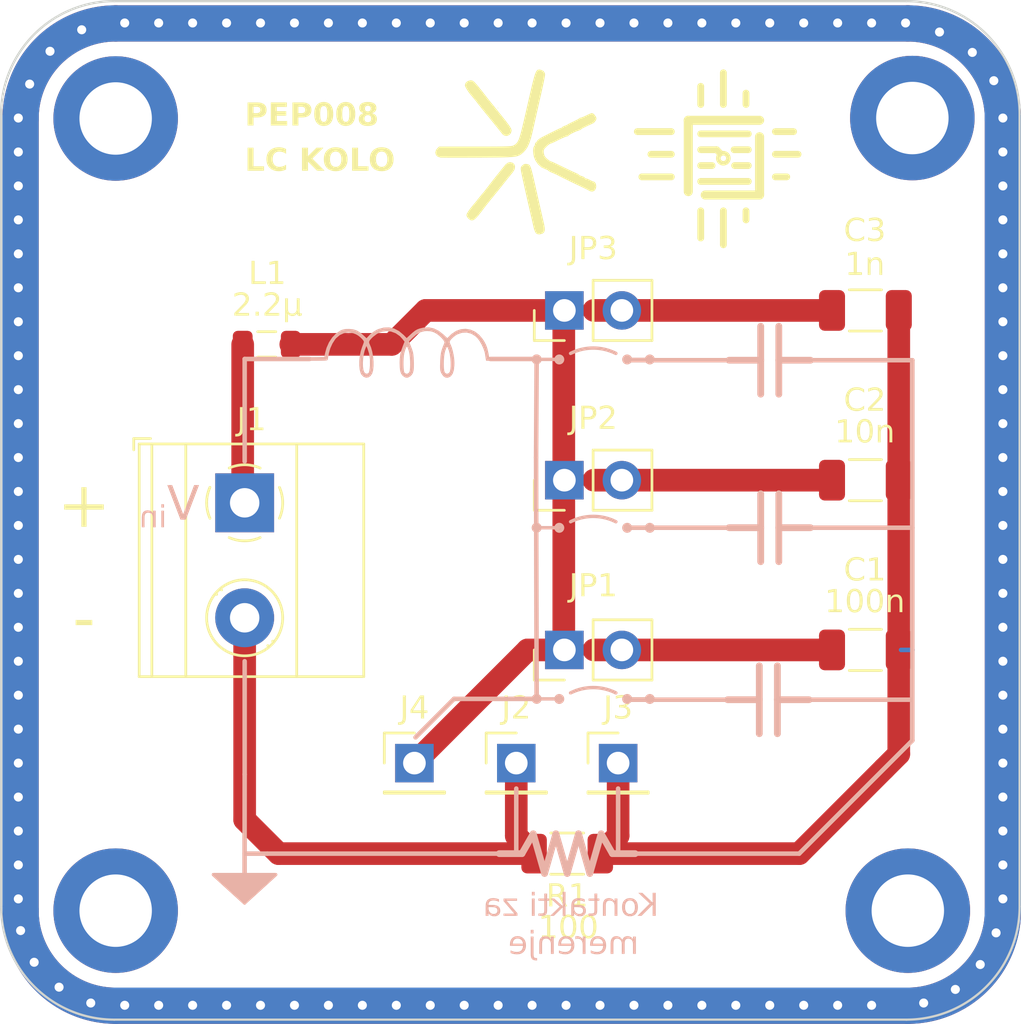
<source format=kicad_pcb>
(kicad_pcb (version 20241229) (generator "pcbnew") (generator_version "9.0")
  (layers (0 "F.Cu" signal) (2 "B.Cu" signal) (13 "F.Paste" user) (15 "B.Paste" user) (5 "F.SilkS" user "F.Silkscreen") (7 "B.SilkS" user "B.Silkscreen") (1 "F.Mask" user) (3 "B.Mask" user) (25 "Edge.Cuts" user))
  (net 0 "")
  (net 1 "0")
  (net 2 "Net-(JP2-B)")
  (net 3 "Net-(JP1-B)")
  (net 4 "Net-(JP3-B)")
  (net 5 "Input voltage")
  (net 6 "Net-(J4-Pin_1)")
  (net 7 "GND")
  (net 8 "Net-(J3-Pin_1)")
  (footprint "PEP_library:petnica_logo" (layer "F.Cu") (at 143.575 74.2)
    (property "Reference" "G***" (hide yes))
    (property "Value" "LOGO" (hide yes))
  )
  (footprint "Connector_PinHeader_2.54mm:PinHeader_1x01_P2.54mm_Vertical" (layer "F.Cu") (at 148.075 101.2)
    (property "Reference" "J3" (at 0 -1.8 0) (layer "F.SilkS") (effects (justify bottom)))
    (property "Value" "Conn_01x01_Pin")
    (pad "1" thru_hole rect (at 0 0) (size 1.7 1.7) (drill 1) (layers "*.Cu" "*.Mask") (net 8 "Net-(J3-Pin_1)"))
  )
  (footprint "MountingHole:MountingHole_3.2mm_M3_ISO14580_Pad_TopBottom" (layer "F.Cu") (at 125.87501 72.71986)
    (property "Reference" "H2" (hide yes))
    (property "Value" "MountingHole")
    (pad "1" thru_hole circle (at 0 0) (size 3.6 3.6) (drill 3.2) (layers "*.Cu" "*.Mask"))
    (pad "1" connect circle (at 0 0) (size 5.5 5.5) (layers "F.Cu" "F.Mask"))
    (pad "1" connect circle (at 0 0) (size 5.5 5.5) (layers "B.Cu" "B.Mask"))
  )
  (footprint "Connector_PinHeader_2.54mm:PinHeader_1x01_P2.54mm_Vertical" (layer "F.Cu") (at 143.575 101.2)
    (property "Reference" "J2" (at 0 -1.8 0) (layer "F.SilkS") (effects (justify bottom)))
    (property "Value" "Conn_01x01_Pin")
    (pad "1" thru_hole rect (at 0 0) (size 1.7 1.7) (drill 1) (layers "*.Cu" "*.Mask") (net 7 "GND"))
  )
  (footprint "Connector_PinHeader_2.54mm:PinHeader_1x01_P2.54mm_Vertical" (layer "F.Cu") (at 139.075 101.2)
    (property "Reference" "J4" (at 0 -1.8 0) (layer "F.SilkS") (effects (justify bottom)))
    (property "Value" "Conn_01x01_Pin")
    (pad "1" thru_hole rect (at 0 0) (size 1.7 1.7) (drill 1) (layers "*.Cu" "*.Mask") (net 6 "Net-(J4-Pin_1)"))
  )
  (footprint "MountingHole:MountingHole_3.2mm_M3_ISO14580_Pad_TopBottom" (layer "F.Cu") (at 161.075 72.7)
    (property "Reference" "H3" (hide yes))
    (property "Value" "MountingHole")
    (pad "1" thru_hole circle (at 0 0) (size 3.6 3.6) (drill 3.2) (layers "*.Cu" "*.Mask"))
    (pad "1" connect circle (at 0 0) (size 5.5 5.5) (layers "F.Cu" "F.Mask"))
    (pad "1" connect circle (at 0 0) (size 5.5 5.5) (layers "B.Cu" "B.Mask"))
  )
  (footprint "TerminalBlock_Phoenix:TerminalBlock_Phoenix_MKDS-1,5-2-5.08_1x02_P5.08mm_Horizontal" (layer "F.Cu") (at 131.575 89.7 -90)
    (property "Reference" "J1" (at -3.04 -0.305 180) (layer "F.SilkS") (effects (justify bottom)))
    (property "Value" "Screw_Terminal_01x02")
    (pad "1" thru_hole rect (at 0 0 270) (size 2.6 2.6) (drill 1.3) (layers "*.Cu" "*.Mask") (net 5 "Input voltage"))
    (pad "2" thru_hole circle (at 5.08 0 270) (size 2.6 2.6) (drill 1.3) (layers "*.Cu" "*.Mask") (net 7 "GND"))
  )
  (footprint "PEP_library:JP_silk_symbol" (layer "F.Cu") (at 146.975 83.3625 -90)
    (property "Reference" "REF**" (hide yes))
    (property "Value" "JP_silk_symbol")
  )
  (footprint "MountingHole:MountingHole_3.2mm_M3_ISO14580_Pad_TopBottom" (layer "F.Cu") (at 125.875 107.7198 -90)
    (property "Reference" "H1" (hide yes))
    (property "Value" "MountingHole")
    (pad "1" thru_hole circle (at 0 0 270) (size 3.6 3.6) (drill 3.2) (layers "*.Cu" "*.Mask"))
    (pad "1" connect circle (at 0 0 270) (size 5.5 5.5) (layers "F.Cu" "F.Mask"))
    (pad "1" connect circle (at 0 0 270) (size 5.5 5.5) (layers "B.Cu" "B.Mask"))
  )
  (footprint "Inductor_SMD:L_0805_2012Metric" (layer "F.Cu") (at 132.550133 82.7)
    (property "Reference" "L1" (at 0.024867 -2.5 0) (layer "F.SilkS") (effects (justify bottom)))
    (property "Value" "2.2µ")
    (pad "1" smd roundrect (at -1.0625 0) (size 0.875 1.2) (layers "F.Cu" "F.Mask" "F.Paste") (net 5 "Input voltage"))
    (pad "2" smd roundrect (at 1.0625 0) (size 0.875 1.2) (layers "F.Cu" "F.Mask" "F.Paste") (net 6 "Net-(J4-Pin_1)"))
  )
  (footprint "PEP_library:JP_silk_symbol" (layer "F.Cu") (at 146.975 98.3625 -90)
    (property "Reference" "REF**" (hide yes))
    (property "Value" "JP_silk_symbol")
  )
  (footprint "PEP_library:JP_silk_symbol" (layer "F.Cu") (at 146.975 90.8 -90)
    (property "Reference" "REF**" (hide yes))
    (property "Value" "JP_silk_symbol")
  )
  (footprint "Connector_PinHeader_2.54mm:PinHeader_1x02_P2.54mm_Vertical" (layer "F.Cu") (at 145.7 88.7 90)
    (property "Reference" "JP2" (at 2.1 1.275 180) (layer "F.SilkS") (effects (justify bottom)))
    (property "Value" "Jumper")
    (pad "1" thru_hole rect (at 0 0 90) (size 1.7 1.7) (drill 1) (layers "*.Cu" "*.Mask") (net 6 "Net-(J4-Pin_1)"))
    (pad "2" thru_hole oval (at 0 2.54 90) (size 1.7 1.7) (drill 1) (layers "*.Cu" "*.Mask") (net 2 "Net-(JP2-B)"))
  )
  (footprint "Capacitor_SMD:C_1206_3216Metric" (layer "F.Cu") (at 159 81.2)
    (property "Reference" "C3" (at -0.025 -2.9 0) (layer "F.SilkS") (effects (justify bottom)))
    (property "Value" "1n")
    (pad "1" smd roundrect (at -1.475 0) (size 1.15 1.8) (layers "F.Cu" "F.Mask" "F.Paste") (roundrect_rratio 0.217391) (net 4 "Net-(JP3-B)"))
    (pad "2" smd roundrect (at 1.475 0) (size 1.15 1.8) (layers "F.Cu" "F.Mask" "F.Paste") (roundrect_rratio 0.217391) (net 8 "Net-(J3-Pin_1)"))
  )
  (footprint "Capacitor_SMD:C_1206_3216Metric" (layer "F.Cu") (at 159 88.7)
    (property "Reference" "C2" (at -0.025 -2.9 0) (layer "F.SilkS") (effects (justify bottom)))
    (property "Value" "10n")
    (pad "1" smd roundrect (at -1.475 0) (size 1.15 1.8) (layers "F.Cu" "F.Mask" "F.Paste") (roundrect_rratio 0.217391) (net 2 "Net-(JP2-B)"))
    (pad "2" smd roundrect (at 1.475 0) (size 1.15 1.8) (layers "F.Cu" "F.Mask" "F.Paste") (roundrect_rratio 0.217391) (net 8 "Net-(J3-Pin_1)"))
  )
  (footprint "Capacitor_SMD:C_1206_3216Metric" (layer "F.Cu") (at 159 96.2)
    (property "Reference" "C1" (at -0.025 -2.9 0) (layer "F.SilkS") (effects (justify bottom)))
    (property "Value" "100n")
    (pad "1" smd roundrect (at -1.475 0) (size 1.15 1.8) (layers "F.Cu" "F.Mask" "F.Paste") (roundrect_rratio 0.217391) (net 3 "Net-(JP1-B)"))
    (pad "2" smd roundrect (at 1.475 0) (size 1.15 1.8) (layers "F.Cu" "F.Mask" "F.Paste") (roundrect_rratio 0.217391) (net 8 "Net-(J3-Pin_1)"))
  )
  (footprint "Resistor_SMD:R_1206_3216Metric" (layer "F.Cu") (at 145.825 105.2 180)
    (property "Reference" "R1" (at 0 -2.5 0) (layer "F.SilkS") (effects (justify bottom)))
    (property "Value" "100")
    (pad "1" smd roundrect (at -1.4625 0 180) (size 1.125 1.75) (layers "F.Cu" "F.Mask" "F.Paste") (roundrect_rratio 0.222222) (net 8 "Net-(J3-Pin_1)"))
    (pad "2" smd roundrect (at 1.4625 0 180) (size 1.125 1.75) (layers "F.Cu" "F.Mask" "F.Paste") (roundrect_rratio 0.222222) (net 7 "GND"))
  )
  (footprint "PEP_library:ele_petnica_logo" (layer "F.Cu") (at 152.725 74.476394)
    (property "Reference" "REF**" (hide yes))
    (property "Value" "ele_petnica_logo" (hide yes))
  )
  (footprint "Connector_PinHeader_2.54mm:PinHeader_1x02_P2.54mm_Vertical" (layer "F.Cu") (at 145.7 96.2 90)
    (property "Reference" "JP1" (at 2.2 1.275 180) (layer "F.SilkS") (effects (justify bottom)))
    (property "Value" "Jumper")
    (pad "1" thru_hole rect (at 0 0 90) (size 1.7 1.7) (drill 1) (layers "*.Cu" "*.Mask") (net 6 "Net-(J4-Pin_1)"))
    (pad "2" thru_hole oval (at 0 2.54 90) (size 1.7 1.7) (drill 1) (layers "*.Cu" "*.Mask") (net 3 "Net-(JP1-B)"))
  )
  (footprint "MountingHole:MountingHole_3.2mm_M3_ISO14580_Pad_TopBottom" (layer "F.Cu") (at 160.875 107.7199)
    (property "Reference" "H4" (hide yes))
    (property "Value" "MountingHole")
    (pad "1" thru_hole circle (at 0 0) (size 3.6 3.6) (drill 3.2) (layers "*.Cu" "*.Mask"))
    (pad "1" connect circle (at 0 0) (size 5.5 5.5) (layers "F.Cu" "F.Mask"))
    (pad "1" connect circle (at 0 0) (size 5.5 5.5) (layers "B.Cu" "B.Mask"))
  )
  (footprint "Connector_PinHeader_2.54mm:PinHeader_1x02_P2.54mm_Vertical" (layer "F.Cu") (at 145.7 81.2 90)
    (property "Reference" "JP3" (at 2.1 1.275 0) (layer "F.SilkS") (effects (justify bottom)))
    (property "Value" "Jumper")
    (pad "1" thru_hole rect (at 0 0 90) (size 1.7 1.7) (drill 1) (layers "*.Cu" "*.Mask") (net 6 "Net-(J4-Pin_1)"))
    (pad "2" thru_hole oval (at 0 2.54 90) (size 1.7 1.7) (drill 1) (layers "*.Cu" "*.Mask") (net 4 "Net-(JP3-B)"))
  )
  (footprint "PEP_library:Kalem" (layer "B.Cu") (at 138.752337 82.924149 180)
    (property "Reference" "G***" (hide yes))
    (property "Value" "LOGO" (hide yes))
  )
  (gr_line (start 121.675 72.719848) (end 121.675 107.719848) (stroke (width 1.6)) (layer "F.Cu") (net 1))
  (gr_arc (start 121.675 72.719848) (mid 122.905154 69.750002) (end 125.875 68.519848) (stroke (width 1.6)) (layer "F.Cu") (net 1))
  (gr_arc (start 125.875 111.919848) (mid 122.905159 110.689689) (end 121.675 107.719848) (stroke (width 1.6)) (layer "F.Cu") (net 1))
  (gr_line (start 125.875 111.919848) (end 160.875 111.919848) (stroke (width 1.6)) (layer "F.Cu") (net 1))
  (gr_line (start 165.075 107.719848) (end 165.075 72.719848) (stroke (width 1.6)) (layer "F.Cu") (net 1))
  (gr_arc (start 165.075 107.719848) (mid 163.844851 110.689699) (end 160.875 111.919848) (stroke (width 1.6)) (layer "F.Cu") (net 1))
  (gr_arc (start 160.875 68.519848) (mid 163.844856 69.749992) (end 165.075 72.719848) (stroke (width 1.6)) (layer "F.Cu") (net 1))
  (gr_line (start 125.875 68.519848) (end 160.875 68.519848) (stroke (width 1.6)) (layer "F.Cu") (net 1))
  (gr_line (start 125.875 68.519848) (end 160.875 68.519848) (stroke (width 1.6)) (layer "B.Cu") (net 1))
  (gr_line (start 125.875 111.919848) (end 160.875 111.919848) (stroke (width 1.6)) (layer "B.Cu") (net 1))
  (gr_arc (start 160.875 68.519848) (mid 163.844856 69.749992) (end 165.075 72.719848) (stroke (width 1.6)) (layer "B.Cu") (net 1))
  (gr_arc (start 165.075 107.719848) (mid 163.844851 110.689699) (end 160.875 111.919848) (stroke (width 1.6)) (layer "B.Cu") (net 1))
  (gr_arc (start 125.875 111.919848) (mid 122.905159 110.689689) (end 121.675 107.719848) (stroke (width 1.6)) (layer "B.Cu") (net 1))
  (gr_line (start 165.075 107.719848) (end 165.075 72.719848) (stroke (width 1.6)) (layer "B.Cu") (net 1))
  (gr_arc (start 121.675 72.719848) (mid 122.905154 69.750002) (end 125.875 68.519848) (stroke (width 1.6)) (layer "B.Cu") (net 1))
  (gr_line (start 121.675 72.719848) (end 121.675 107.719848) (stroke (width 1.6)) (layer "B.Cu") (net 1))
  (gr_line (start 148.075 105.075) (end 148.075 102.325) (stroke (width 0.2)) (layer "B.SilkS"))
  (gr_line (start 146.825 106.075) (end 146.325 104.325) (stroke (width 0.3)) (layer "B.SilkS"))
  (gr_line (start 130.19638 106.126018) (end 131.57138 107.376018) (stroke (width 0.15)) (layer "B.SilkS"))
  (gr_line (start 161.075 100.2) (end 156.075 105.2) (stroke (width 0.2)) (layer "B.SilkS"))
  (gr_line (start 154.375 84.9) (end 154.375 81.9) (stroke (width 0.3)) (layer "B.SilkS"))
  (gr_line (start 142.437342 83.345908) (end 144.337342 83.345908) (stroke (width 0.2)) (layer "B.SilkS"))
  (gr_line (start 145.325 104.325) (end 144.825 106.075) (stroke (width 0.3)) (layer "B.SilkS"))
  (gr_line (start 148.5 83.4) (end 152.975 83.4) (stroke (width 0.2)) (layer "B.SilkS"))
  (gr_line (start 148.825 105.2) (end 147.825 105.2) (stroke (width 0.3)) (layer "B.SilkS"))
  (gr_poly (pts (xy 132.94638 106.126018) (xy 130.19638 106.126018) (xy 131.57138 107.376018)) (stroke (width 0.15)) (fill yes) (layer "B.SilkS"))
  (gr_line (start 155.1125 96.9) (end 155.1125 99.9) (stroke (width 0.3)) (layer "B.SilkS"))
  (gr_line (start 154.375 90.8) (end 152.975 90.8) (stroke (width 0.3)) (layer "B.SilkS"))
  (gr_line (start 131.57319 105.2) (end 132.575 105.2) (stroke (width 0.2)) (layer "B.SilkS"))
  (gr_line (start 148.4375 98.4) (end 152.9125 98.4) (stroke (width 0.2)) (layer "B.SilkS"))
  (gr_line (start 144.825 106.075) (end 144.325 104.325) (stroke (width 0.3)) (layer "B.SilkS"))
  (gr_line (start 145.825 106.075) (end 145.325 104.325) (stroke (width 0.3)) (layer "B.SilkS"))
  (gr_line (start 154.3125 99.9) (end 154.3125 96.9) (stroke (width 0.3)) (layer "B.SilkS"))
  (gr_line (start 132.575 105.2) (end 143.075 105.2) (stroke (width 0.2)) (layer "B.SilkS"))
  (gr_line (start 131.575 96.7) (end 131.575 101.7) (stroke (width 0.2)) (layer "B.SilkS"))
  (gr_line (start 154.375 92.3) (end 154.375 89.3) (stroke (width 0.3)) (layer "B.SilkS"))
  (gr_line (start 155.175 81.9) (end 155.175 84.9) (stroke (width 0.3)) (layer "B.SilkS"))
  (gr_line (start 143.575 105.075) (end 143.575 102.325) (stroke (width 0.2)) (layer "B.SilkS"))
  (gr_line (start 131.575 101.7) (end 131.57138 106.376018) (stroke (width 0.2)) (layer "B.SilkS"))
  (gr_line (start 148.5 90.8) (end 152.975 90.8) (stroke (width 0.2)) (layer "B.SilkS"))
  (gr_line (start 140.825 98.362496) (end 139.125 100.062496) (stroke (width 0.2)) (layer "B.SilkS"))
  (gr_line (start 147.825 105.2) (end 147.325 104.325) (stroke (width 0.3)) (layer "B.SilkS"))
  (gr_line (start 144.325 104.325) (end 143.825 105.2) (stroke (width 0.3)) (layer "B.SilkS"))
  (gr_line (start 147.325 104.325) (end 146.825 106.075) (stroke (width 0.3)) (layer "B.SilkS"))
  (gr_line (start 155.175 89.3) (end 155.175 92.3) (stroke (width 0.3)) (layer "B.SilkS"))
  (gr_line (start 155.175 90.8) (end 156.575 90.8) (stroke (width 0.3)) (layer "B.SilkS"))
  (gr_line (start 134.437342 83.345908) (end 131.575 83.345908) (stroke (width 0.2)) (layer "B.SilkS"))
  (gr_line (start 154.3125 98.4) (end 152.9125 98.4) (stroke (width 0.3)) (layer "B.SilkS"))
  (gr_line (start 140.825 98.362496) (end 144.475 98.362496) (stroke (width 0.2)) (layer "B.SilkS"))
  (gr_line (start 161.075 83.4) (end 161.075 100.2) (stroke (width 0.2)) (layer "B.SilkS"))
  (gr_line (start 146.325 104.325) (end 145.825 106.075) (stroke (width 0.3)) (layer "B.SilkS"))
  (gr_line (start 144.45 87.7) (end 144.475 98.362496) (stroke (width 0.2)) (layer "B.SilkS"))
  (gr_line (start 156.6 83.4) (end 161.075 83.4) (stroke (width 0.2)) (layer "B.SilkS"))
  (gr_line (start 143.825 105.2) (end 142.825 105.2) (stroke (width 0.3)) (layer "B.SilkS"))
  (gr_line (start 144.475 83.362496) (end 144.45 87.7) (stroke (width 0.2)) (layer "B.SilkS"))
  (gr_line (start 131.575 83.345908) (end 131.575 87.868752) (stroke (width 0.2)) (layer "B.SilkS"))
  (gr_line (start 156.6 90.8) (end 161.075 90.8) (stroke (width 0.2)) (layer "B.SilkS"))
  (gr_line (start 156.5375 98.4) (end 161.0125 98.4) (stroke (width 0.2)) (layer "B.SilkS"))
  (gr_line (start 156.075 105.2) (end 148.825 105.2) (stroke (width 0.2)) (layer "B.SilkS"))
  (gr_line (start 155.175 83.4) (end 156.575 83.4) (stroke (width 0.3)) (layer "B.SilkS"))
  (gr_line (start 154.375 83.4) (end 152.975 83.4) (stroke (width 0.3)) (layer "B.SilkS"))
  (gr_line (start 155.1125 98.4) (end 156.5125 98.4) (stroke (width 0.3)) (layer "B.SilkS"))
  (gr_line (start 160.814876 112.534723) (end 125.814876 112.534723) (stroke (width 0.1)) (layer "Edge.Cuts"))
  (gr_line (start 165.814876 107.534723) (end 165.814876 72.534723) (stroke (width 0.1)) (layer "Edge.Cuts"))
  (gr_arc (start 120.814876 72.534723) (mid 122.279343 68.99919) (end 125.814876 67.534723) (stroke (width 0.1)) (layer "Edge.Cuts"))
  (gr_arc (start 125.814876 112.534723) (mid 122.279366 111.070233) (end 120.814876 107.534723) (stroke (width 0.1)) (layer "Edge.Cuts"))
  (gr_arc (start 160.814876 67.534723) (mid 164.350434 68.999165) (end 165.814876 72.534723) (stroke (width 0.1)) (layer "Edge.Cuts"))
  (gr_line (start 125.814876 67.534723) (end 160.814876 67.534723) (stroke (width 0.1)) (layer "Edge.Cuts"))
  (gr_arc (start 165.814876 107.534723) (mid 164.35042 111.070267) (end 160.814876 112.534723) (stroke (width 0.1)) (layer "Edge.Cuts"))
  (gr_line (start 120.814876 72.534723) (end 120.814876 107.534723) (stroke (width 0.1)) (layer "Edge.Cuts"))
  (gr_text "2.2µ" (at 132.575 81.6 0) (layer "F.SilkS") (effects (font (size 1 1) (thickness 0.1)) (justify bottom)))
  (gr_text "100" (at 145.875 109.1 0) (layer "F.SilkS") (effects (font (size 1 1) (thickness 0.1)) (justify bottom)))
  (gr_text "LC KOLO" (at 131.575 75.2 0) (layer "F.SilkS") (effects (font (size 1 1) (thickness 0.2) (bold yes)) (justify left bottom)))
  (gr_text "10n" (at 158.975 87.2 0) (layer "F.SilkS") (effects (font (size 1 1) (thickness 0.1)) (justify bottom)))
  (gr_text "100n" (at 158.975 94.7 0) (layer "F.SilkS") (effects (font (size 1 1) (thickness 0.1)) (justify bottom)))
  (gr_text "-" (at 124.475 96.1 0) (layer "F.SilkS") (effects (font (size 2 2) (thickness 0.1)) (justify bottom)))
  (gr_text "PEP008" (at 131.575 73.2 0) (layer "F.SilkS") (effects (font (size 1 1) (thickness 0.2) (bold yes)) (justify left bottom)))
  (gr_text "+" (at 124.475 91.1 0) (layer "F.SilkS") (effects (font (size 2 2) (thickness 0.1)) (justify bottom)))
  (gr_text "1n" (at 158.975 79.8 0) (layer "F.SilkS") (effects (font (size 1 1) (thickness 0.1)) (justify bottom)))
  (gr_text "Kontakti za\n  merenje" (at 149.875 109.8 0) (layer "B.SilkS") (effects (font (size 1 1) (thickness 0.2)) (justify left bottom mirror)))
  (gr_text "V_{in}\n" (at 129.575 90.7 0) (layer "B.SilkS") (effects (font (size 1.5 1.5) (thickness 0.2)) (justify left bottom mirror)))
  (via (at 127.775 68.5) (size 0.8) (drill 0.4) (layers "F.Cu" "B.Cu") (net 0))
  (via (at 162.975 111.2) (size 0.8) (drill 0.4) (layers "F.Cu" "B.Cu") (net 0))
  (via (at 148.775 68.5) (size 0.8) (drill 0.4) (layers "F.Cu" "B.Cu") (net 0))
  (via (at 135.275 111.9) (size 0.8) (drill 0.4) (layers "F.Cu" "B.Cu") (net 0))
  (via (at 133.775 68.5) (size 0.8) (drill 0.4) (layers "F.Cu" "B.Cu") (net 0))
  (via (at 144.275 111.9) (size 0.8) (drill 0.4) (layers "F.Cu" "B.Cu") (net 0))
  (via (at 122.975 69.75) (size 0.8) (drill 0.4) (layers "F.Cu" "B.Cu") (net 0))
  (via (at 121.575 89.2) (size 0.8) (drill 0.4) (layers "F.Cu" "B.Cu") (net 0))
  (via (at 165.075 95.2) (size 0.8) (drill 0.4) (layers "F.Cu" "B.Cu") (net 0))
  (via (at 165.075 105.7) (size 0.8) (drill 0.4) (layers "F.Cu" "B.Cu") (net 0))
  (via (at 121.575 102.7) (size 0.8) (drill 0.4) (layers "F.Cu" "B.Cu") (net 0))
  (via (at 159.275 68.5) (size 0.8) (drill 0.4) (layers "F.Cu" "B.Cu") (net 0))
  (via (at 136.775 68.5) (size 0.8) (drill 0.4) (layers "F.Cu" "B.Cu") (net 0))
  (via (at 147.275 111.9) (size 0.8) (drill 0.4) (layers "F.Cu" "B.Cu") (net 0))
  (via (at 124.775 111.8) (size 0.8) (drill 0.4) (layers "F.Cu" "B.Cu") (net 0))
  (via (at 121.575 77.2) (size 0.8) (drill 0.4) (layers "F.Cu" "B.Cu") (net 0))
  (via (at 165.075 83.2) (size 0.8) (drill 0.4) (layers "F.Cu" "B.Cu") (net 0))
  (via (at 165.075 104.2) (size 0.8) (drill 0.4) (layers "F.Cu" "B.Cu") (net 0))
  (via (at 141.275 68.5) (size 0.8) (drill 0.4) (layers "F.Cu" "B.Cu") (net 0))
  (via (at 121.575 81.7) (size 0.8) (drill 0.4) (layers "F.Cu" "B.Cu") (net 0))
  (via (at 159.275 111.9) (size 0.8) (drill 0.4) (layers "F.Cu" "B.Cu") (net 0))
  (via (at 165.075 93.7) (size 0.8) (drill 0.4) (layers "F.Cu" "B.Cu") (net 0))
  (via (at 133.775 111.9) (size 0.8) (drill 0.4) (layers "F.Cu" "B.Cu") (net 0))
  (via (at 162.275 68.9) (size 0.8) (drill 0.4) (layers "F.Cu" "B.Cu") (net 0))
  (via (at 126.275 111.9) (size 0.8) (drill 0.4) (layers "F.Cu" "B.Cu") (net 0))
  (via (at 157.775 111.9) (size 0.8) (drill 0.4) (layers "F.Cu" "B.Cu") (net 0))
  (via (at 150.275 111.9) (size 0.8) (drill 0.4) (layers "F.Cu" "B.Cu") (net 0))
  (via (at 165.075 72.7) (size 0.8) (drill 0.4) (layers "F.Cu" "B.Cu") (net 0))
  (via (at 153.275 68.5) (size 0.8) (drill 0.4) (layers "F.Cu" "B.Cu") (net 0))
  (via (at 154.775 68.5) (size 0.8) (drill 0.4) (layers "F.Cu" "B.Cu") (net 0))
  (via (at 164.775 108.7) (size 0.8) (drill 0.4) (layers "F.Cu" "B.Cu") (net 0))
  (via (at 121.575 105.7) (size 0.8) (drill 0.4) (layers "F.Cu" "B.Cu") (net 0))
  (via (at 165.075 74.2) (size 0.8) (drill 0.4) (layers "F.Cu" "B.Cu") (net 0))
  (via (at 139.775 68.5) (size 0.8) (drill 0.4) (layers "F.Cu" "B.Cu") (net 0))
  (via (at 165.075 86.2) (size 0.8) (drill 0.4) (layers "F.Cu" "B.Cu") (net 0))
  (via (at 160.775 68.5) (size 0.8) (drill 0.4) (layers "F.Cu" "B.Cu") (net 0))
  (via (at 165.075 92.2) (size 0.8) (drill 0.4) (layers "F.Cu" "B.Cu") (net 0))
  (via (at 150.275 68.5) (size 0.8) (drill 0.4) (layers "F.Cu" "B.Cu") (net 0))
  (via (at 163.725 69.8) (size 0.8) (drill 0.4) (layers "F.Cu" "B.Cu") (net 0))
  (via (at 165.075 78.7) (size 0.8) (drill 0.4) (layers "F.Cu" "B.Cu") (net 0))
  (via (at 121.575 75.7) (size 0.8) (drill 0.4) (layers "F.Cu" "B.Cu") (net 0))
  (via (at 161.575 111.8) (size 0.8) (drill 0.4) (layers "F.Cu" "B.Cu") (net 0))
  (via (at 121.575 80.2) (size 0.8) (drill 0.4) (layers "F.Cu" "B.Cu") (net 0))
  (via (at 147.275 68.5) (size 0.8) (drill 0.4) (layers "F.Cu" "B.Cu") (net 0))
  (via (at 142.775 111.9) (size 0.8) (drill 0.4) (layers "F.Cu" "B.Cu") (net 0))
  (via (at 124.375 68.8) (size 0.8) (drill 0.4) (layers "F.Cu" "B.Cu") (net 0))
  (via (at 129.275 111.9) (size 0.8) (drill 0.4) (layers "F.Cu" "B.Cu") (net 0))
  (via (at 142.775 68.5) (size 0.8) (drill 0.4) (layers "F.Cu" "B.Cu") (net 0))
  (via (at 130.775 111.9) (size 0.8) (drill 0.4) (layers "F.Cu" "B.Cu") (net 0))
  (via (at 121.575 95.2) (size 0.8) (drill 0.4) (layers "F.Cu" "B.Cu") (net 0))
  (via (at 121.575 96.7) (size 0.8) (drill 0.4) (layers "F.Cu" "B.Cu") (net 0))
  (via (at 126.275 68.5) (size 0.8) (drill 0.4) (layers "F.Cu" "B.Cu") (net 0))
  (via (at 165.075 80.2) (size 0.8) (drill 0.4) (layers "F.Cu" "B.Cu") (net 0))
  (via (at 121.575 83.2) (size 0.8) (drill 0.4) (layers "F.Cu" "B.Cu") (net 0))
  (via (at 121.575 86.2) (size 0.8) (drill 0.4) (layers "F.Cu" "B.Cu") (net 0))
  (via (at 157.775 68.5) (size 0.8) (drill 0.4) (layers "F.Cu" "B.Cu") (net 0))
  (via (at 165.075 81.7) (size 0.8) (drill 0.4) (layers "F.Cu" "B.Cu") (net 0))
  (via (at 121.575 107.2) (size 0.8) (drill 0.4) (layers "F.Cu" "B.Cu") (net 0))
  (via (at 132.275 68.5) (size 0.8) (drill 0.4) (layers "F.Cu" "B.Cu") (net 0))
  (via (at 164.675 71.05) (size 0.8) (drill 0.4) (layers "F.Cu" "B.Cu") (net 0))
  (via (at 122.275 110) (size 0.8) (drill 0.4) (layers "F.Cu" "B.Cu") (net 0))
  (via (at 165.075 102.7) (size 0.8) (drill 0.4) (layers "F.Cu" "B.Cu") (net 0))
  (via (at 123.375 111.1) (size 0.8) (drill 0.4) (layers "F.Cu" "B.Cu") (net 0))
  (via (at 121.575 93.7) (size 0.8) (drill 0.4) (layers "F.Cu" "B.Cu") (net 0))
  (via (at 129.275 68.5) (size 0.8) (drill 0.4) (layers "F.Cu" "B.Cu") (net 0))
  (via (at 138.275 68.5) (size 0.8) (drill 0.4) (layers "F.Cu" "B.Cu") (net 0))
  (via (at 130.775 68.5) (size 0.8) (drill 0.4) (layers "F.Cu" "B.Cu") (net 0))
  (via (at 145.775 68.5) (size 0.8) (drill 0.4) (layers "F.Cu" "B.Cu") (net 0))
  (via (at 165.075 75.7) (size 0.8) (drill 0.4) (layers "F.Cu" "B.Cu") (net 0))
  (via (at 165.075 90.7) (size 0.8) (drill 0.4) (layers "F.Cu" "B.Cu") (net 0))
  (via (at 121.575 87.7) (size 0.8) (drill 0.4) (layers "F.Cu" "B.Cu") (net 0))
  (via (at 127.775 111.9) (size 0.8) (drill 0.4) (layers "F.Cu" "B.Cu") (net 0))
  (via (at 165.075 77.2) (size 0.8) (drill 0.4) (layers "F.Cu" "B.Cu") (net 0))
  (via (at 165.075 87.7) (size 0.8) (drill 0.4) (layers "F.Cu" "B.Cu") (net 0))
  (via (at 121.575 92.2) (size 0.8) (drill 0.4) (layers "F.Cu" "B.Cu") (net 0))
  (via (at 135.275 68.5) (size 0.8) (drill 0.4) (layers "F.Cu" "B.Cu") (net 0))
  (via (at 121.575 101.2) (size 0.8) (drill 0.4) (layers "F.Cu" "B.Cu") (net 0))
  (via (at 145.775 111.9) (size 0.8) (drill 0.4) (layers "F.Cu" "B.Cu") (net 0))
  (via (at 165.075 96.7) (size 0.8) (drill 0.4) (layers "F.Cu" "B.Cu") (net 0))
  (via (at 121.675 108.6) (size 0.8) (drill 0.4) (layers "F.Cu" "B.Cu") (net 0))
  (via (at 121.575 84.7) (size 0.8) (drill 0.4) (layers "F.Cu" "B.Cu") (net 0))
  (via (at 132.275 111.9) (size 0.8) (drill 0.4) (layers "F.Cu" "B.Cu") (net 0))
  (via (at 153.275 111.9) (size 0.8) (drill 0.4) (layers "F.Cu" "B.Cu") (net 0))
  (via (at 139.775 111.9) (size 0.8) (drill 0.4) (layers "F.Cu" "B.Cu") (net 0))
  (via (at 122.075 71.2) (size 0.8) (drill 0.4) (layers "F.Cu" "B.Cu") (net 0))
  (via (at 151.775 111.9) (size 0.8) (drill 0.4) (layers "F.Cu" "B.Cu") (net 0))
  (via (at 121.575 74.2) (size 0.8) (drill 0.4) (layers "F.Cu" "B.Cu") (net 0))
  (via (at 165.075 99.7) (size 0.8) (drill 0.4) (layers "F.Cu" "B.Cu") (net 0))
  (via (at 165.075 107.2) (size 0.8) (drill 0.4) (layers "F.Cu" "B.Cu") (net 0))
  (via (at 121.575 78.7) (size 0.8) (drill 0.4) (layers "F.Cu" "B.Cu") (net 0))
  (via (at 121.575 98.2) (size 0.8) (drill 0.4) (layers "F.Cu" "B.Cu") (net 0))
  (via (at 165.075 101.2) (size 0.8) (drill 0.4) (layers "F.Cu" "B.Cu") (net 0))
  (via (at 165.075 84.7) (size 0.8) (drill 0.4) (layers "F.Cu" "B.Cu") (net 0))
  (via (at 151.775 68.5) (size 0.8) (drill 0.4) (layers "F.Cu" "B.Cu") (net 0))
  (via (at 165.075 89.2) (size 0.8) (drill 0.4) (layers "F.Cu" "B.Cu") (net 0))
  (via (at 121.575 90.7) (size 0.8) (drill 0.4) (layers "F.Cu" "B.Cu") (net 0))
  (via (at 148.775 111.9) (size 0.8) (drill 0.4) (layers "F.Cu" "B.Cu") (net 0))
  (via (at 156.275 68.5) (size 0.8) (drill 0.4) (layers "F.Cu" "B.Cu") (net 0))
  (via (at 136.775 111.9) (size 0.8) (drill 0.4) (layers "F.Cu" "B.Cu") (net 0))
  (via (at 141.275 111.9) (size 0.8) (drill 0.4) (layers "F.Cu" "B.Cu") (net 0))
  (via (at 121.575 99.7) (size 0.8) (drill 0.4) (layers "F.Cu" "B.Cu") (net 0))
  (via (at 138.275 111.9) (size 0.8) (drill 0.4) (layers "F.Cu" "B.Cu") (net 0))
  (via (at 165.075 98.2) (size 0.8) (drill 0.4) (layers "F.Cu" "B.Cu") (net 0))
  (via (at 164.075 110.1) (size 0.8) (drill 0.4) (layers "F.Cu" "B.Cu") (net 0))
  (via (at 144.275 68.5) (size 0.8) (drill 0.4) (layers "F.Cu" "B.Cu") (net 0))
  (via (at 154.775 111.9) (size 0.8) (drill 0.4) (layers "F.Cu" "B.Cu") (net 0))
  (via (at 121.575 72.7) (size 0.8) (drill 0.4) (layers "F.Cu" "B.Cu") (net 0))
  (via (at 156.275 111.9) (size 0.8) (drill 0.4) (layers "F.Cu" "B.Cu") (net 0))
  (via (at 121.575 104.2) (size 0.8) (drill 0.4) (layers "F.Cu" "B.Cu") (net 0))
  (segment (start 160.575 96.2) (end 161.075 96.2) (width 0.2) (layer "B.Cu") (net 0))
  (segment (start 147 88.7) (end 157.525 88.7) (width 1) (layer "F.Cu") (net 2))
  (segment (start 147 96.2) (end 157.525 96.2) (width 1) (layer "F.Cu") (net 3))
  (segment (start 147 81.2) (end 157.525 81.2) (width 1) (layer "F.Cu") (net 4))
  (segment (start 131.487633 82.7) (end 131.487633 89.612633) (width 1) (layer "F.Cu") (net 5))
  (segment (start 131.487633 89.612633) (end 131.575 89.7) (width 0.2) (layer "F.Cu") (net 5))
  (segment (start 145.65 96.2) (end 144.075 96.2) (width 1) (layer "F.Cu") (net 6))
  (segment (start 145.675 96.225) (end 145.65 96.2) (width 1) (layer "F.Cu") (net 6))
  (segment (start 138.075 82.7) (end 139.575 81.2) (width 1) (layer "F.Cu") (net 6))
  (segment (start 133.612633 82.7) (end 138.075 82.7) (width 1) (layer "F.Cu") (net 6))
  (segment (start 139.575 81.2) (end 145.675 81.2) (width 1) (layer "F.Cu") (net 6))
  (segment (start 144.075 96.2) (end 139.075 101.2) (width 1) (layer "F.Cu") (net 6))
  (segment (start 145.675 81.2) (end 145.675 96.225) (width 1) (layer "F.Cu") (net 6))
  (segment (start 131.575 103.7) (end 131.575 94.78) (width 1) (layer "F.Cu") (net 7))
  (segment (start 144.3625 105.2) (end 143.575 104.4125) (width 1) (layer "F.Cu") (net 7))
  (segment (start 133.075 105.2) (end 131.575 103.7) (width 1) (layer "F.Cu") (net 7))
  (segment (start 144.3625 105.2) (end 133.075 105.2) (width 1) (layer "F.Cu") (net 7))
  (segment (start 143.575 104.4125) (end 143.575 101.2) (width 1) (layer "F.Cu") (net 7))
  (segment (start 160.475 81.2) (end 160.475 88.7) (width 1) (layer "F.Cu") (net 8))
  (segment (start 160.475 96.2) (end 160.475 100.8) (width 1) (layer "F.Cu") (net 8))
  (segment (start 147.2875 105.2) (end 156.075 105.2) (width 1) (layer "F.Cu") (net 8))
  (segment (start 156.075 105.2) (end 159.825 101.45) (width 1) (layer "F.Cu") (net 8))
  (segment (start 160.475 88.7) (end 160.475 96.2) (width 1) (layer "F.Cu") (net 8))
  (segment (start 160.475 100.8) (end 159.825 101.45) (width 1) (layer "F.Cu") (net 8))
  (segment (start 148.075 104.4125) (end 148.075 101.2) (width 1) (layer "F.Cu") (net 8))
  (segment (start 147.2875 105.2) (end 148.075 104.4125) (width 1) (layer "F.Cu") (net 8))
)
</source>
